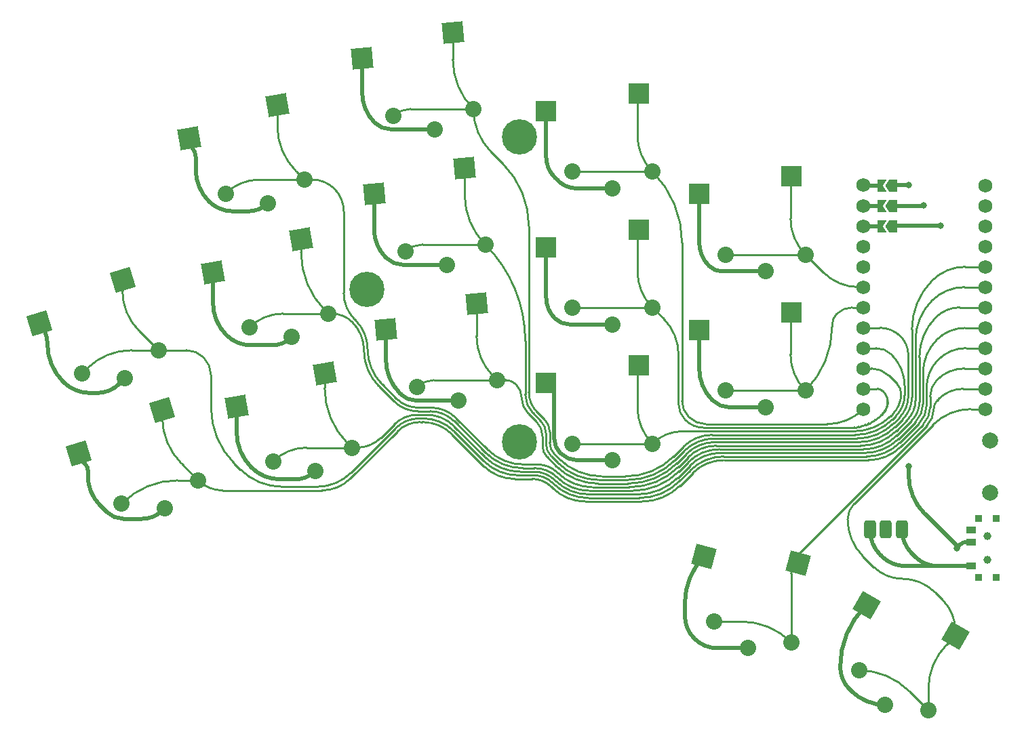
<source format=gtl>
%TF.GenerationSoftware,KiCad,Pcbnew,(6.0.4)*%
%TF.CreationDate,2022-05-11T15:33:50+02:00*%
%TF.ProjectId,battoota-curvy,62617474-6f6f-4746-912d-63757276792e,v1.0.0*%
%TF.SameCoordinates,Original*%
%TF.FileFunction,Copper,L1,Top*%
%TF.FilePolarity,Positive*%
%FSLAX46Y46*%
G04 Gerber Fmt 4.6, Leading zero omitted, Abs format (unit mm)*
G04 Created by KiCad (PCBNEW (6.0.4)) date 2022-05-11 15:33:50*
%MOMM*%
%LPD*%
G01*
G04 APERTURE LIST*
G04 Aperture macros list*
%AMRoundRect*
0 Rectangle with rounded corners*
0 $1 Rounding radius*
0 $2 $3 $4 $5 $6 $7 $8 $9 X,Y pos of 4 corners*
0 Add a 4 corners polygon primitive as box body*
4,1,4,$2,$3,$4,$5,$6,$7,$8,$9,$2,$3,0*
0 Add four circle primitives for the rounded corners*
1,1,$1+$1,$2,$3*
1,1,$1+$1,$4,$5*
1,1,$1+$1,$6,$7*
1,1,$1+$1,$8,$9*
0 Add four rect primitives between the rounded corners*
20,1,$1+$1,$2,$3,$4,$5,0*
20,1,$1+$1,$4,$5,$6,$7,0*
20,1,$1+$1,$6,$7,$8,$9,0*
20,1,$1+$1,$8,$9,$2,$3,0*%
%AMRotRect*
0 Rectangle, with rotation*
0 The origin of the aperture is its center*
0 $1 length*
0 $2 width*
0 $3 Rotation angle, in degrees counterclockwise*
0 Add horizontal line*
21,1,$1,$2,0,0,$3*%
%AMFreePoly0*
4,1,6,0.500000,-0.750000,-0.650000,-0.750000,-0.150000,0.000000,-0.650000,0.750000,0.500000,0.750000,0.500000,-0.750000,0.500000,-0.750000,$1*%
%AMFreePoly1*
4,1,6,1.000000,0.000000,0.500000,-0.750000,-0.500000,-0.750000,-0.500000,0.750000,0.500000,0.750000,1.000000,0.000000,1.000000,0.000000,$1*%
G04 Aperture macros list end*
%TA.AperFunction,SMDPad,CuDef*%
%ADD10R,0.900000X0.900000*%
%TD*%
%TA.AperFunction,SMDPad,CuDef*%
%ADD11R,1.250000X0.900000*%
%TD*%
%TA.AperFunction,ComponentPad*%
%ADD12RoundRect,0.375000X-0.375000X-0.750000X0.375000X-0.750000X0.375000X0.750000X-0.375000X0.750000X0*%
%TD*%
%TA.AperFunction,ComponentPad*%
%ADD13C,2.000000*%
%TD*%
%TA.AperFunction,SMDPad,CuDef*%
%ADD14RotRect,2.600000X2.600000X10.000000*%
%TD*%
%TA.AperFunction,ComponentPad*%
%ADD15C,2.032000*%
%TD*%
%TA.AperFunction,SMDPad,CuDef*%
%ADD16RotRect,2.600000X2.600000X5.000000*%
%TD*%
%TA.AperFunction,SMDPad,CuDef*%
%ADD17R,2.600000X2.600000*%
%TD*%
%TA.AperFunction,SMDPad,CuDef*%
%ADD18RotRect,2.600000X2.600000X330.000000*%
%TD*%
%TA.AperFunction,WasherPad*%
%ADD19C,1.000000*%
%TD*%
%TA.AperFunction,SMDPad,CuDef*%
%ADD20RotRect,2.600000X2.600000X17.000000*%
%TD*%
%TA.AperFunction,SMDPad,CuDef*%
%ADD21RotRect,2.600000X2.600000X345.000000*%
%TD*%
%TA.AperFunction,ComponentPad*%
%ADD22C,1.752600*%
%TD*%
%TA.AperFunction,SMDPad,CuDef*%
%ADD23FreePoly0,180.000000*%
%TD*%
%TA.AperFunction,SMDPad,CuDef*%
%ADD24R,1.524000X0.500000*%
%TD*%
%TA.AperFunction,SMDPad,CuDef*%
%ADD25FreePoly1,180.000000*%
%TD*%
%TA.AperFunction,ComponentPad*%
%ADD26C,4.400000*%
%TD*%
%TA.AperFunction,ViaPad*%
%ADD27C,0.800000*%
%TD*%
%TA.AperFunction,Conductor*%
%ADD28C,0.250000*%
%TD*%
%TA.AperFunction,Conductor*%
%ADD29C,0.500000*%
%TD*%
G04 APERTURE END LIST*
D10*
%TO.P,T1,*%
%TO.N,*%
X161142148Y52149495D03*
X163342148Y59549495D03*
X163342148Y52149495D03*
X161142148Y59549495D03*
D11*
%TO.P,T1,1*%
%TO.N,Braw*%
X160167148Y53599495D03*
%TO.P,T1,2*%
%TO.N,RAW*%
X160167148Y56599495D03*
%TO.P,T1,3*%
%TO.N,N/C*%
X160167148Y58099495D03*
%TD*%
D12*
%TO.P,PAD1,1*%
%TO.N,Braw*%
X151545396Y58163682D03*
%TO.P,PAD1,2*%
%TO.N,GND*%
X149545396Y58163682D03*
%TO.P,PAD1,3*%
%TO.N,Braw*%
X147545396Y58163682D03*
%TD*%
D13*
%TO.P,B1,1*%
%TO.N,RST*%
X162560000Y69290000D03*
%TO.P,B1,2*%
%TO.N,GND*%
X162560000Y62790000D03*
%TD*%
D14*
%TO.P,S11,1*%
%TO.N,P3*%
X73579149Y111173371D03*
%TO.P,S11,2*%
%TO.N,GND*%
X62586645Y107001157D03*
%TD*%
D15*
%TO.P,S34,1*%
%TO.N,P9*%
X146198518Y40569316D03*
X154858772Y35569316D03*
%TO.P,S34,2*%
%TO.N,GND*%
X149478645Y36250663D03*
X149478645Y36250663D03*
%TD*%
D16*
%TO.P,S15,1*%
%TO.N,P18*%
X96965604Y103326961D03*
%TO.P,S15,2*%
%TO.N,GND*%
X85651298Y100128683D03*
%TD*%
D17*
%TO.P,S21,1*%
%TO.N,P16*%
X118686087Y95636017D03*
%TO.P,S21,2*%
%TO.N,GND*%
X107136087Y93436017D03*
%TD*%
D15*
%TO.P,S8,1*%
%TO.N,P5*%
X73026972Y66651093D03*
X82875050Y68387574D03*
%TO.P,S8,2*%
%TO.N,GND*%
X78315672Y65451237D03*
X78315672Y65451237D03*
%TD*%
%TO.P,S14,1*%
%TO.N,P2*%
X91053509Y75957538D03*
X101015456Y76829096D03*
%TO.P,S14,2*%
%TO.N,GND*%
X96217510Y74301308D03*
X96217510Y74301308D03*
%TD*%
%TO.P,S20,1*%
%TO.N,P14*%
X120411087Y68886017D03*
X110411087Y68886017D03*
%TO.P,S20,2*%
%TO.N,GND*%
X115411087Y66786017D03*
X115411087Y66786017D03*
%TD*%
%TO.P,S28,1*%
%TO.N,P19*%
X129517334Y75510985D03*
X139517334Y75510985D03*
%TO.P,S28,2*%
%TO.N,GND*%
X134517334Y73410985D03*
X134517334Y73410985D03*
%TD*%
D17*
%TO.P,S29,1*%
%TO.N,P20*%
X137792334Y102260985D03*
%TO.P,S29,2*%
%TO.N,GND*%
X126242334Y100060985D03*
%TD*%
D18*
%TO.P,S33,1*%
%TO.N,P9*%
X158239878Y44875564D03*
%TO.P,S33,2*%
%TO.N,GND*%
X147137285Y48745308D03*
%TD*%
D14*
%TO.P,S7,1*%
%TO.N,P5*%
X79483187Y77689907D03*
%TO.P,S7,2*%
%TO.N,GND*%
X68490683Y73517693D03*
%TD*%
D19*
%TO.P,T2,*%
%TO.N,*%
X162242148Y57349495D03*
X162242148Y54349495D03*
%TD*%
D20*
%TO.P,S5,1*%
%TO.N,P6*%
X54234545Y89377494D03*
%TO.P,S5,2*%
%TO.N,GND*%
X43832443Y83896730D03*
%TD*%
D17*
%TO.P,S27,1*%
%TO.N,P19*%
X137792334Y85260985D03*
%TO.P,S27,2*%
%TO.N,GND*%
X126242334Y83060985D03*
%TD*%
D14*
%TO.P,S9,1*%
%TO.N,P4*%
X76531168Y94431639D03*
%TO.P,S9,2*%
%TO.N,GND*%
X65538664Y90259425D03*
%TD*%
D15*
%TO.P,S16,1*%
%TO.N,P18*%
X99533808Y93764406D03*
X89571861Y92892848D03*
%TO.P,S16,2*%
%TO.N,GND*%
X94735862Y91236618D03*
X94735862Y91236618D03*
%TD*%
%TO.P,S30,1*%
%TO.N,P20*%
X139517334Y92510985D03*
X129517334Y92510985D03*
%TO.P,S30,2*%
%TO.N,GND*%
X134517334Y90410985D03*
X134517334Y90410985D03*
%TD*%
D16*
%TO.P,S13,1*%
%TO.N,P2*%
X98447252Y86391651D03*
%TO.P,S13,2*%
%TO.N,GND*%
X87132946Y83193373D03*
%TD*%
D15*
%TO.P,S24,1*%
%TO.N,P10*%
X110411087Y102886017D03*
X120411087Y102886017D03*
%TO.P,S24,2*%
%TO.N,GND*%
X115411087Y100786017D03*
X115411087Y100786017D03*
%TD*%
D16*
%TO.P,S17,1*%
%TO.N,P15*%
X95483957Y120262271D03*
%TO.P,S17,2*%
%TO.N,GND*%
X84169651Y117063993D03*
%TD*%
D15*
%TO.P,S4,1*%
%TO.N,P7*%
X54142067Y61376965D03*
X63705114Y64300682D03*
%TO.P,S4,2*%
%TO.N,GND*%
X59537571Y60830584D03*
X59537571Y60830584D03*
%TD*%
%TO.P,S10,1*%
%TO.N,P4*%
X70074953Y83392825D03*
X79923031Y85129306D03*
%TO.P,S10,2*%
%TO.N,GND*%
X75363653Y82192969D03*
X75363653Y82192969D03*
%TD*%
%TO.P,S22,1*%
%TO.N,P16*%
X110411087Y85886017D03*
X120411087Y85886017D03*
%TO.P,S22,2*%
%TO.N,GND*%
X115411087Y83786017D03*
X115411087Y83786017D03*
%TD*%
D21*
%TO.P,S31,1*%
%TO.N,P8*%
X138594426Y53938364D03*
%TO.P,S31,2*%
%TO.N,GND*%
X126868581Y54802687D03*
%TD*%
D22*
%TO.P,MCU1,*%
%TO.N,*%
X161977213Y98602542D03*
D23*
X148993690Y98602542D03*
X148993690Y101142542D03*
D24*
X148068690Y96062542D03*
D22*
X161977213Y96062542D03*
X146737213Y96062542D03*
D24*
X148068690Y101142542D03*
D23*
X148993690Y96062542D03*
D24*
X148068690Y98602542D03*
D22*
X146737213Y101226288D03*
X161977213Y101142542D03*
X146737213Y98602542D03*
D25*
%TO.P,MCU1,1*%
%TO.N,RAW*%
X150443690Y101142542D03*
%TO.P,MCU1,2*%
%TO.N,GND*%
X150443690Y98602542D03*
%TO.P,MCU1,3*%
%TO.N,RST*%
X150443690Y96062542D03*
D22*
%TO.P,MCU1,4*%
%TO.N,VCC*%
X146737213Y93522542D03*
%TO.P,MCU1,5*%
%TO.N,P21*%
X146737213Y90982542D03*
%TO.P,MCU1,6*%
%TO.N,P20*%
X146737213Y88442542D03*
%TO.P,MCU1,7*%
%TO.N,P19*%
X146737213Y85902542D03*
%TO.P,MCU1,8*%
%TO.N,P18*%
X146737213Y83362542D03*
%TO.P,MCU1,9*%
%TO.N,P15*%
X146737213Y80822542D03*
%TO.P,MCU1,10*%
%TO.N,P14*%
X146737213Y78282542D03*
%TO.P,MCU1,11*%
%TO.N,P16*%
X146737213Y75742542D03*
%TO.P,MCU1,12*%
%TO.N,P10*%
X146737213Y73202542D03*
%TO.P,MCU1,16*%
%TO.N,N/C*%
X161977213Y93522542D03*
%TO.P,MCU1,17*%
%TO.N,P2*%
X161977213Y90982542D03*
%TO.P,MCU1,18*%
%TO.N,P3*%
X161977213Y88442542D03*
%TO.P,MCU1,19*%
%TO.N,P4*%
X161977213Y85902542D03*
%TO.P,MCU1,20*%
%TO.N,P5*%
X161977213Y83362542D03*
%TO.P,MCU1,21*%
%TO.N,P6*%
X161977213Y80822542D03*
%TO.P,MCU1,22*%
%TO.N,P7*%
X161977213Y78282542D03*
%TO.P,MCU1,23*%
%TO.N,P8*%
X161977213Y75742542D03*
%TO.P,MCU1,24*%
%TO.N,P9*%
X161977213Y73202542D03*
%TD*%
D20*
%TO.P,S3,1*%
%TO.N,P7*%
X59204864Y73120313D03*
%TO.P,S3,2*%
%TO.N,GND*%
X48802762Y67639549D03*
%TD*%
D15*
%TO.P,S32,1*%
%TO.N,P8*%
X137737163Y44074125D03*
X128077904Y46662315D03*
%TO.P,S32,2*%
%TO.N,GND*%
X132364014Y43339776D03*
X132364014Y43339776D03*
%TD*%
D26*
%TO.P,REF\u002A\u002A,1*%
%TO.N,N/C*%
X84747220Y88141427D03*
X103797220Y69091427D03*
X103797220Y107191427D03*
%TD*%
D15*
%TO.P,S12,1*%
%TO.N,P3*%
X76971012Y101871038D03*
X67122934Y100134557D03*
%TO.P,S12,2*%
%TO.N,GND*%
X72411634Y98934701D03*
X72411634Y98934701D03*
%TD*%
D17*
%TO.P,S23,1*%
%TO.N,P10*%
X118686087Y112636017D03*
%TO.P,S23,2*%
%TO.N,GND*%
X107136087Y110436017D03*
%TD*%
D15*
%TO.P,S6,1*%
%TO.N,P6*%
X49171748Y77634146D03*
X58734795Y80557863D03*
%TO.P,S6,2*%
%TO.N,GND*%
X54567252Y77087765D03*
X54567252Y77087765D03*
%TD*%
D17*
%TO.P,S19,1*%
%TO.N,P14*%
X118686087Y78636017D03*
%TO.P,S19,2*%
%TO.N,GND*%
X107136087Y76436017D03*
%TD*%
D15*
%TO.P,S18,1*%
%TO.N,P15*%
X88090214Y109828158D03*
X98052161Y110699716D03*
%TO.P,S18,2*%
%TO.N,GND*%
X93254215Y108171928D03*
X93254215Y108171928D03*
%TD*%
D27*
%TO.N,GND*%
X154304587Y98650426D03*
%TO.N,RAW*%
X158403261Y55849495D03*
X152400000Y66040000D03*
X152400000Y101213143D03*
%TO.N,RST*%
X156389782Y96106346D03*
%TD*%
D28*
%TO.N,P6*%
X58734795Y80557863D02*
X55358037Y80557863D01*
X54234545Y89377494D02*
X54234545Y87979503D01*
X49788478Y78250876D02*
X49171748Y77634146D01*
X56300278Y82992380D02*
X58734795Y80557863D01*
X153693261Y71410993D02*
X151280532Y68998264D01*
X91781020Y72037524D02*
X91278718Y72037527D01*
X65297412Y73399467D02*
X65297412Y77425602D01*
X154628374Y73668552D02*
X154628375Y75861922D01*
X147133233Y67280397D02*
X129312070Y67280397D01*
X161977213Y80822542D02*
X159565418Y80822542D01*
X118782169Y62104105D02*
X112409487Y62104105D01*
X107978155Y63939623D02*
X107960240Y63957538D01*
X68940678Y65679322D02*
X68180201Y66439799D01*
X62223157Y80557863D02*
X58734795Y80557863D01*
X125130274Y65548240D02*
X123739556Y64157522D01*
X103653454Y64934916D02*
X105600595Y64934927D01*
X88348235Y70823690D02*
X82785318Y65260774D01*
X78534434Y63500000D02*
X74202027Y63500000D01*
X99346897Y66718742D02*
X95617065Y70448572D01*
X156086185Y79381400D02*
G75*
G02*
X159565418Y80822542I3479215J-3479200D01*
G01*
X112409487Y62104110D02*
G75*
G02*
X107978156Y63939624I13J6266890D01*
G01*
X74202027Y63500028D02*
G75*
G02*
X68940678Y65679322I-27J7440672D01*
G01*
X78534434Y63499989D02*
G75*
G03*
X82785318Y65260774I-34J6011711D01*
G01*
X64367966Y79669474D02*
G75*
G03*
X62223157Y80557863I-2144766J-2144774D01*
G01*
X125130280Y65548234D02*
G75*
G02*
X129312070Y67280397I4181820J-4181834D01*
G01*
X95617068Y70448575D02*
G75*
G03*
X91781020Y72037524I-3836068J-3836075D01*
G01*
X105600595Y64934933D02*
G75*
G02*
X107960240Y63957538I5J-3337033D01*
G01*
X91278718Y72037521D02*
G75*
G03*
X88348235Y70823690I-18J-4144321D01*
G01*
X154628374Y75861922D02*
G75*
G02*
X156086192Y79381393I4977326J-22D01*
G01*
X153693238Y71411016D02*
G75*
G03*
X154628374Y73668552I-2257538J2257584D01*
G01*
X103653454Y64934947D02*
G75*
G02*
X99346898Y66718743I-54J6090353D01*
G01*
X123739570Y64157508D02*
G75*
G02*
X118782169Y62104105I-4957370J4957392D01*
G01*
X151280523Y68998273D02*
G75*
G02*
X147133233Y67280397I-4147323J4147327D01*
G01*
X49788456Y78250898D02*
G75*
G02*
X55358037Y80557863I5569544J-5569598D01*
G01*
X65297398Y73399467D02*
G75*
G03*
X68180201Y66439799I9842502J33D01*
G01*
X56300277Y82992379D02*
G75*
G02*
X54234545Y87979503I4987123J4987121D01*
G01*
X64367946Y79669454D02*
G75*
G02*
X65297412Y77425602I-2243746J-2243854D01*
G01*
D29*
%TO.N,GND*%
X107860667Y75711437D02*
X107136087Y76436017D01*
X96217510Y74301308D02*
X90752450Y74301308D01*
X134517334Y90410985D02*
X129112129Y90410985D01*
X63384822Y103127798D02*
X63384822Y104707190D01*
X115411087Y66786017D02*
X111147162Y66786017D01*
X126242334Y94057667D02*
X126242334Y100060985D01*
X108153560Y69467544D02*
X108153560Y75004330D01*
X62586645Y106634200D02*
X62586645Y107001157D01*
X72910847Y81176970D02*
X70302339Y81176970D01*
X146982923Y48590946D02*
X147137285Y48745308D01*
X145193016Y38025832D02*
X145021104Y38197744D01*
X89059352Y75002612D02*
X88847359Y75214605D01*
X132364014Y43339776D02*
X128497068Y43339776D01*
X49624468Y66280778D02*
X49095655Y66809591D01*
X59537571Y60830584D02*
X59281853Y60574866D01*
X75862839Y64435238D02*
X73894431Y64435238D01*
X115411087Y83786017D02*
X110041232Y83786017D01*
X125668651Y44511349D02*
X125631573Y44548427D01*
X56660877Y59489222D02*
X54384218Y59489222D01*
X69958828Y97918702D02*
X68020735Y97918702D01*
X52256434Y60370579D02*
X51433907Y61193106D01*
X93254215Y108171928D02*
X87702044Y108171928D01*
X134517334Y73410985D02*
X130072619Y73410985D01*
X107136087Y104725256D02*
X107136087Y110436017D01*
X124460000Y47376825D02*
X124460000Y48987928D01*
X115411087Y100786017D02*
X110931058Y100786017D01*
X85651298Y95696818D02*
X85651298Y100128683D01*
X65538664Y86474121D02*
X65538664Y90259425D01*
X48802762Y67516698D02*
X48802762Y67639549D01*
X154256703Y98602542D02*
X150443690Y98602542D01*
X108153560Y76015027D02*
X107136087Y77032500D01*
X108601221Y101751067D02*
X108203150Y102149138D01*
X94735862Y91236618D02*
X89257306Y91236618D01*
X87132946Y79353564D02*
X87132946Y83193373D01*
X154304587Y98650426D02*
X154256703Y98602542D01*
X44864298Y81383842D02*
X44864298Y81405554D01*
X54567252Y77087765D02*
X53852271Y76372784D01*
X68490683Y70375596D02*
X68490683Y73517693D01*
X51065063Y75218284D02*
X50199836Y75218284D01*
X107136087Y87155021D02*
X107136087Y93436017D01*
X84169651Y112729471D02*
X84169651Y117063993D01*
X49917361Y64854373D02*
X49917361Y65573671D01*
X126242334Y78278392D02*
X126242334Y83060985D01*
X108218898Y84540836D02*
G75*
G02*
X107136087Y87155021I2614202J2614164D01*
G01*
X89257306Y91236622D02*
G75*
G02*
X87134582Y92115879I-6J3001978D01*
G01*
X143849554Y41026171D02*
G75*
G02*
X146982924Y48590945I10698046J129D01*
G01*
X124460010Y47376825D02*
G75*
G03*
X125631574Y44548428I3999890J-25D01*
G01*
X44864340Y81405554D02*
G75*
G03*
X43832443Y83896730I-3523140J-54D01*
G01*
X87134570Y92115867D02*
G75*
G02*
X85651298Y95696818I3580930J3580933D01*
G01*
X143849502Y41026171D02*
G75*
G03*
X145021104Y38197744I3999998J29D01*
G01*
X127471316Y91090650D02*
G75*
G02*
X126242334Y94057667I2967084J2967050D01*
G01*
X107136066Y104725256D02*
G75*
G03*
X108203151Y102149139I3643234J44D01*
G01*
X127471281Y91090615D02*
G75*
G03*
X129112129Y90410985I1640819J1640885D01*
G01*
X48802772Y67516698D02*
G75*
G03*
X49095655Y66809591I1000028J2D01*
G01*
X130072619Y73411011D02*
G75*
G02*
X127882799Y74318038I-19J3096889D01*
G01*
X51065063Y75218314D02*
G75*
G03*
X53852270Y76372785I37J3941686D01*
G01*
X51433915Y61193114D02*
G75*
G02*
X49917361Y64854373I3661285J3661286D01*
G01*
X145192983Y38025799D02*
G75*
G03*
X149478645Y36250663I4285617J4285701D01*
G01*
X49917352Y65573671D02*
G75*
G03*
X49624468Y66280778I-999952J29D01*
G01*
X108218887Y84540825D02*
G75*
G03*
X110041232Y83786017I1822313J1822375D01*
G01*
X46842039Y76609104D02*
G75*
G03*
X50199836Y75218284I3357761J3357796D01*
G01*
X52256417Y60370562D02*
G75*
G03*
X54384218Y59489222I2127783J2127838D01*
G01*
X62586632Y106634200D02*
G75*
G03*
X62879538Y105927093I999968J0D01*
G01*
X128497068Y43339768D02*
G75*
G02*
X125668651Y44511349I32J4000032D01*
G01*
X44864340Y81383842D02*
G75*
G03*
X46842057Y76609122I6752460J-42D01*
G01*
X63384824Y103127798D02*
G75*
G03*
X65029261Y99157813I5614376J2D01*
G01*
X67200629Y82461722D02*
G75*
G03*
X70302339Y81176970I3101671J3101678D01*
G01*
X59281856Y60574863D02*
G75*
G02*
X56660877Y59489222I-2620956J2620937D01*
G01*
X72411628Y98934707D02*
G75*
G02*
X69958828Y97918702I-2452828J2452793D01*
G01*
X78315660Y65451249D02*
G75*
G02*
X75862839Y64435238I-2452860J2452851D01*
G01*
X110931058Y100785987D02*
G75*
G02*
X108601222Y101751068I42J3294913D01*
G01*
X126242317Y78278392D02*
G75*
G03*
X127882800Y74318039I5600683J8D01*
G01*
X126868604Y54802664D02*
G75*
G03*
X124460000Y48987928I5814596J-5814764D01*
G01*
X75363624Y82192998D02*
G75*
G02*
X72910847Y81176970I-2452824J2452702D01*
G01*
X70341704Y65906817D02*
G75*
G03*
X73894431Y64435238I3552696J3552683D01*
G01*
X68490686Y70375596D02*
G75*
G03*
X70341710Y65906823I6319814J4D01*
G01*
X63384821Y104707190D02*
G75*
G03*
X62879538Y105927093I-1725221J10D01*
G01*
X85716833Y108994202D02*
G75*
G03*
X87702044Y108171928I1985167J1985198D01*
G01*
X108874337Y67727480D02*
G75*
G03*
X111147162Y66786017I2272863J2272820D01*
G01*
X108153593Y75004330D02*
G75*
G03*
X107860667Y75711437I-999993J-30D01*
G01*
X67200642Y82461735D02*
G75*
G02*
X65538664Y86474121I4012358J4012365D01*
G01*
X89059379Y75002639D02*
G75*
G03*
X90752450Y74301308I1693121J1693061D01*
G01*
X87132916Y79353564D02*
G75*
G03*
X88847359Y75214605I5853384J36D01*
G01*
X65029239Y99157791D02*
G75*
G03*
X68020735Y97918702I2991461J2991509D01*
G01*
X108874302Y67727445D02*
G75*
G02*
X108153560Y69467544I1740098J1740055D01*
G01*
X85716860Y108994229D02*
G75*
G02*
X84169651Y112729471I3735240J3735271D01*
G01*
D28*
%TO.N,P5*%
X154178854Y73871207D02*
X154178854Y77673529D01*
X159447915Y83345369D02*
X161960040Y83345369D01*
X123579218Y64632902D02*
X125104747Y66158431D01*
X82359710Y68902914D02*
X82875050Y68387574D01*
X95607243Y71094113D02*
X99482824Y67218532D01*
X151129917Y69483366D02*
X153232106Y71585555D01*
X82875050Y68387574D02*
X77219226Y68387574D01*
X79483187Y77689907D02*
X79483187Y75847456D01*
X86516152Y69627326D02*
X88185407Y71296581D01*
X112440378Y62553625D02*
X118559399Y62553625D01*
X82875050Y68387574D02*
X83523125Y68387574D01*
X103910701Y65384436D02*
X105606163Y65384436D01*
X91059431Y72487041D02*
X92244417Y72487041D01*
X128898650Y67729917D02*
X146896717Y67729917D01*
X128898650Y67729944D02*
G75*
G03*
X125104747Y66158431I50J-5365444D01*
G01*
X86516149Y69627329D02*
G75*
G02*
X83523125Y68387574I-2993049J2993071D01*
G01*
X153232100Y71585561D02*
G75*
G03*
X154178854Y73871207I-2285600J2285639D01*
G01*
X155923477Y81885497D02*
G75*
G02*
X159447915Y83345369I3524423J-3524397D01*
G01*
X118559399Y62553620D02*
G75*
G03*
X123579218Y64632902I1J7099080D01*
G01*
X105606163Y65384418D02*
G75*
G02*
X108274194Y64279300I37J-3773118D01*
G01*
X154178844Y77673529D02*
G75*
G02*
X155923495Y81885479I5956656J-29D01*
G01*
X112440378Y62553601D02*
G75*
G02*
X108274195Y64279301I22J5891899D01*
G01*
X73026956Y66651109D02*
G75*
G02*
X77219226Y68387574I4192244J-4192309D01*
G01*
X92244417Y72487056D02*
G75*
G02*
X95607242Y71094112I-17J-4755756D01*
G01*
X88185400Y71296588D02*
G75*
G02*
X91059431Y72487041I2874000J-2873988D01*
G01*
X151129916Y69483367D02*
G75*
G02*
X146896717Y67729917I-4233216J4233233D01*
G01*
X103910701Y65384444D02*
G75*
G02*
X99482824Y67218532I-1J6261956D01*
G01*
X82359713Y68902917D02*
G75*
G02*
X79483187Y75847456I6944537J6944543D01*
G01*
%TO.N,P4*%
X128741929Y68179437D02*
X146760740Y68179437D01*
X79573890Y85478447D02*
X79923031Y85129306D01*
X95639249Y71697824D02*
X99583835Y67753238D01*
X112520013Y63003145D02*
X117891840Y63003145D01*
X76531168Y94431639D02*
X76531168Y92824229D01*
X150908206Y69897373D02*
X152759252Y71748419D01*
X86243739Y76075808D02*
X88152567Y74166980D01*
X158759260Y85904799D02*
X161974956Y85904799D01*
X79923031Y85129306D02*
X74267178Y85129306D01*
X91123061Y72936561D02*
X92648673Y72936561D01*
X79923031Y85129306D02*
X80381317Y85129306D01*
X161974956Y85904799D02*
X161977213Y85902542D01*
X153729334Y74090405D02*
X153729334Y79683302D01*
X104217391Y65833956D02*
X105685872Y65833956D01*
X123733392Y65422795D02*
X124897703Y66587106D01*
X74267178Y85129317D02*
G75*
G03*
X70074953Y83392825I22J-5928717D01*
G01*
X84386455Y80559629D02*
G75*
G03*
X82931170Y84073110I-4968755J71D01*
G01*
X150908177Y69897402D02*
G75*
G02*
X146760740Y68179437I-4147477J4147398D01*
G01*
X95639252Y71697827D02*
G75*
G03*
X92648673Y72936561I-2990552J-2990527D01*
G01*
X124897692Y66587117D02*
G75*
G02*
X128741929Y68179437I3844208J-3844217D01*
G01*
X79573889Y85478446D02*
G75*
G02*
X76531168Y92824229I7345791J7345784D01*
G01*
X105685872Y65833937D02*
G75*
G02*
X108535695Y64653521I28J-4030237D01*
G01*
X155798353Y84678351D02*
G75*
G03*
X153729334Y79683302I4995047J-4995051D01*
G01*
X158759260Y85904815D02*
G75*
G03*
X155798352Y84678352I40J-4187415D01*
G01*
X84386512Y80559629D02*
G75*
G03*
X86243739Y76075808I6341088J-29D01*
G01*
X104217391Y65833952D02*
G75*
G02*
X99583835Y67753238I9J6552848D01*
G01*
X80381317Y85129319D02*
G75*
G02*
X82931170Y84073110I-17J-3606019D01*
G01*
X91123061Y72936542D02*
G75*
G02*
X88152568Y74166981I39J4200958D01*
G01*
X112520013Y63003161D02*
G75*
G02*
X108535696Y64653522I-13J5634639D01*
G01*
X152759247Y71748424D02*
G75*
G03*
X153729334Y74090405I-2341947J2341976D01*
G01*
X123733362Y65422825D02*
G75*
G02*
X117891840Y63003145I-5841562J5841475D01*
G01*
%TO.N,P3*%
X73579149Y111173371D02*
X73579149Y108556949D01*
X150869466Y70494351D02*
X152238705Y71863590D01*
X83232430Y84407570D02*
X83364728Y84275272D01*
X112906695Y63452665D02*
X117523807Y63452665D01*
X81858703Y97932076D02*
X81858703Y87724041D01*
X76971012Y101871038D02*
X71315171Y101871038D01*
X104339424Y66283476D02*
X106072528Y66283476D01*
X153249052Y74302784D02*
X153249052Y81801056D01*
X76971012Y101871038D02*
X77953314Y101871038D01*
X91183081Y73386081D02*
X92761759Y73386081D01*
X128365993Y68628957D02*
X146366007Y68628957D01*
X75908392Y102933658D02*
X76971012Y101871038D01*
X95877143Y72095647D02*
X99815402Y68157388D01*
X159375155Y88442542D02*
X161977213Y88442542D01*
X123675771Y66000892D02*
X124845670Y67170791D01*
X86677342Y76277923D02*
X88427986Y74527279D01*
X75908391Y102933657D02*
G75*
G02*
X73579149Y108556949I5623299J5623293D01*
G01*
X124845680Y67170781D02*
G75*
G02*
X128365993Y68628957I3520320J-3520281D01*
G01*
X155301074Y86754966D02*
G75*
G02*
X159375155Y88442542I4074126J-4074066D01*
G01*
X152238699Y71863596D02*
G75*
G03*
X153249052Y74302784I-2439199J2439204D01*
G01*
X67122945Y100134546D02*
G75*
G02*
X71315171Y101871038I4192255J-4192246D01*
G01*
X104339424Y66283491D02*
G75*
G02*
X99815402Y68157388I-24J6397909D01*
G01*
X91183081Y73386076D02*
G75*
G02*
X88427986Y74527279I19J3896324D01*
G01*
X81858695Y97932076D02*
G75*
G03*
X80698046Y100734152I-3962695J24D01*
G01*
X77953314Y101871061D02*
G75*
G02*
X80698046Y100734152I-14J-3881661D01*
G01*
X150869461Y70494356D02*
G75*
G02*
X146366007Y68628957I-4503461J4503444D01*
G01*
X95877156Y72095660D02*
G75*
G03*
X92761759Y73386081I-3115356J-3115360D01*
G01*
X153249088Y81801056D02*
G75*
G02*
X155301042Y86754998I7005912J44D01*
G01*
X83232410Y84407550D02*
G75*
G02*
X81858703Y87724041I3316490J3316450D01*
G01*
X83364717Y84275261D02*
G75*
G02*
X84836000Y80723317I-3551917J-3551961D01*
G01*
X108580139Y65244753D02*
G75*
G03*
X106072528Y66283476I-2507639J-2507553D01*
G01*
X123675777Y66000886D02*
G75*
G02*
X117523807Y63452665I-6151977J6152014D01*
G01*
X84836001Y80723317D02*
G75*
G03*
X86677342Y76277923I6286699J-17D01*
G01*
X108580165Y65244779D02*
G75*
G03*
X112906695Y63452665I4326535J4326521D01*
G01*
%TO.N,P2*%
X161977213Y90982542D02*
X159456117Y90982542D01*
X102089186Y76829096D02*
X101015456Y76829096D01*
X117368554Y63902185D02*
X113649252Y63902185D01*
X101015456Y76829096D02*
X100518237Y77326315D01*
X98447252Y82326116D02*
X98447252Y86391651D01*
X152799532Y83149030D02*
X152799532Y74680516D01*
X124624885Y67585723D02*
X123467693Y66428531D01*
X146121726Y69078477D02*
X128228711Y69078477D01*
X151653750Y71914353D02*
X150724338Y70984941D01*
X105920692Y71642815D02*
X104869727Y72693780D01*
X101015456Y76829096D02*
X93157611Y76829096D01*
X108372948Y66087701D02*
X107251664Y67208985D01*
X106680001Y69809680D02*
X106679981Y68589181D01*
X106679938Y68589181D02*
G75*
G03*
X107251665Y67208986I1951862J19D01*
G01*
X102089186Y76829084D02*
G75*
G02*
X103377938Y76295286I14J-1822584D01*
G01*
X151653755Y71914348D02*
G75*
G03*
X152799532Y74680516I-2766155J2766152D01*
G01*
X104079137Y74602376D02*
G75*
G03*
X104869727Y72693780I2699163J24D01*
G01*
X103377953Y76295301D02*
G75*
G02*
X104079160Y74602376I-1692953J-1692901D01*
G01*
X146121726Y69078473D02*
G75*
G03*
X150724337Y70984942I-26J6509127D01*
G01*
X105920693Y71642816D02*
G75*
G02*
X106680001Y69809680I-1833093J-1833116D01*
G01*
X124624880Y67585728D02*
G75*
G02*
X128228711Y69078477I3603820J-3603828D01*
G01*
X152799504Y83149030D02*
G75*
G02*
X155337655Y89276600I8665696J-30D01*
G01*
X98447252Y82326116D02*
G75*
G03*
X100518237Y77326315I7070748J-16D01*
G01*
X117368554Y63902227D02*
G75*
G03*
X123467692Y66428532I46J8625473D01*
G01*
X155337646Y89276609D02*
G75*
G02*
X159456117Y90982542I4118454J-4118409D01*
G01*
X91053509Y75957538D02*
G75*
G02*
X93157611Y76829096I2104091J-2104038D01*
G01*
X108372974Y66087727D02*
G75*
G03*
X113649252Y63902185I5276326J5276273D01*
G01*
%TO.N,P18*%
X113722373Y64351705D02*
X117283567Y64351705D01*
X104528680Y81705709D02*
X104528680Y75024370D01*
X152350012Y74848589D02*
X152350012Y79972866D01*
X99533808Y93764406D02*
X91676008Y93764406D01*
X148800152Y83362542D02*
X146737213Y83362542D01*
X150542027Y71438348D02*
X151217047Y72113368D01*
X128133310Y69527997D02*
X145930033Y69527997D01*
X107129521Y70073613D02*
X107129516Y68845095D01*
X108639102Y66457265D02*
X107750530Y67345832D01*
X96965604Y103326961D02*
X96965604Y99964568D01*
X105485980Y72713245D02*
X106425184Y71774041D01*
X123209927Y66806483D02*
X124374485Y67971041D01*
X152349979Y79972866D02*
G75*
G03*
X151390356Y82289644I-3276379J34D01*
G01*
X107750532Y67345834D02*
G75*
G02*
X107129516Y68845095I1499268J1499266D01*
G01*
X151217046Y72113369D02*
G75*
G03*
X152350012Y74848589I-2735246J2735231D01*
G01*
X123209934Y66806476D02*
G75*
G02*
X117283567Y64351705I-5926334J5926324D01*
G01*
X124374477Y67971049D02*
G75*
G02*
X128133310Y69527997I3758823J-3758849D01*
G01*
X106425166Y71774023D02*
G75*
G02*
X107129521Y70073613I-1700366J-1700423D01*
G01*
X99533803Y93764401D02*
G75*
G02*
X104528680Y81705709I-12058703J-12058701D01*
G01*
X148800152Y83362495D02*
G75*
G02*
X151390355Y82289643I48J-3663095D01*
G01*
X150542002Y71438373D02*
G75*
G02*
X145930033Y69527997I-4612002J4611927D01*
G01*
X113722373Y64351676D02*
G75*
G02*
X108639102Y66457265I27J7188824D01*
G01*
X89571863Y92892846D02*
G75*
G02*
X91676008Y93764406I2104137J-2104146D01*
G01*
X96965574Y99964568D02*
G75*
G03*
X99533808Y93764406I8768326J32D01*
G01*
X105485996Y72713261D02*
G75*
G02*
X104528680Y75024370I2311104J2311139D01*
G01*
%TO.N,P15*%
X150383828Y71915867D02*
X150807294Y72339333D01*
X123055598Y67287872D02*
X124263300Y68495574D01*
X100285159Y105308791D02*
X101734220Y103859730D01*
X95483957Y120262271D02*
X95483957Y116899891D01*
X127841028Y69977517D02*
X145704236Y69977517D01*
X114116950Y64801225D02*
X117052302Y64801225D01*
X108677934Y67054150D02*
X108209818Y67522269D01*
X148315670Y80822542D02*
X146737213Y80822542D01*
X98052161Y110699716D02*
X90194464Y110699716D01*
X151900492Y74978547D02*
X151900492Y76056341D01*
X104978200Y96028070D02*
X104978200Y75329363D01*
X107579043Y70381944D02*
X107579037Y69045125D01*
X106019498Y72815445D02*
X106961069Y71873874D01*
X114116950Y64801182D02*
G75*
G02*
X108677935Y67054151I50J7691918D01*
G01*
X100285145Y105308777D02*
G75*
G02*
X98052161Y110699716I5390955J5390923D01*
G01*
X151900507Y76056341D02*
G75*
G03*
X150259782Y80017286I-5601607J-41D01*
G01*
X104978169Y75329363D02*
G75*
G03*
X106019499Y72815446I3555231J37D01*
G01*
X107579056Y69045125D02*
G75*
G03*
X108209818Y67522269I2153644J-25D01*
G01*
X107578995Y70381944D02*
G75*
G03*
X106961069Y71873874I-2109895J56D01*
G01*
X90194464Y110699731D02*
G75*
G03*
X88090214Y109828158I36J-2976031D01*
G01*
X101734220Y103859730D02*
G75*
G02*
X104978200Y96028070I-7831660J-7831660D01*
G01*
X98052168Y110699723D02*
G75*
G02*
X95483957Y116899891I6200132J6200177D01*
G01*
X127841028Y69977484D02*
G75*
G03*
X124263300Y68495574I-28J-5059684D01*
G01*
X145704236Y69977504D02*
G75*
G03*
X150383827Y71915868I-36J6617996D01*
G01*
X150807313Y72339314D02*
G75*
G03*
X151900492Y74978547I-2639213J2639186D01*
G01*
X123055604Y67287866D02*
G75*
G02*
X117052302Y64801225I-6003304J6003334D01*
G01*
X148315670Y80822522D02*
G75*
G02*
X150259783Y80017287I30J-2749422D01*
G01*
%TO.N,P14*%
X145523814Y70427037D02*
X124131383Y70427037D01*
X120411087Y68886017D02*
X110411087Y68886017D01*
X118536566Y78486496D02*
X118536566Y73411461D01*
X146737213Y78282542D02*
X147763145Y78282540D01*
X118686087Y78636017D02*
X118536566Y78486496D01*
X150379489Y72547249D02*
X150193525Y72361286D01*
X149919895Y77389182D02*
X150938830Y76370247D01*
X151451015Y75133584D02*
G75*
G02*
X150379488Y72547250I-3658315J516D01*
G01*
X149919881Y77389168D02*
G75*
G03*
X147763145Y78282540I-2156781J-2156768D01*
G01*
X150938831Y76370248D02*
G75*
G02*
X151450990Y75133584I-1236431J-1236448D01*
G01*
X150193513Y72361298D02*
G75*
G02*
X145523814Y70427037I-4669713J4669702D01*
G01*
X120411096Y68886008D02*
G75*
G02*
X124131383Y70427037I3720304J-3720208D01*
G01*
X120411098Y68886028D02*
G75*
G02*
X118536566Y73411461I4525402J4525472D01*
G01*
%TO.N,P16*%
X149147860Y75449649D02*
X149255007Y75342502D01*
X149753330Y74207609D02*
X149754114Y74161201D01*
X148822832Y75664415D02*
X148913449Y75626886D01*
X110411087Y85886017D02*
X120411087Y85886017D01*
X146060816Y70981272D02*
X145681455Y70921189D01*
X149394267Y75184539D02*
X149462424Y75090733D01*
X149348708Y72879104D02*
X149249978Y72750439D01*
X149140361Y75456839D02*
X149147860Y75449649D01*
X149653216Y74716298D02*
X149686398Y74614181D01*
X148913449Y75626886D02*
X149003796Y75566526D01*
X149744692Y73944787D02*
X149723525Y73783995D01*
X149266954Y75330350D02*
X149304316Y75291692D01*
X148190223Y71846710D02*
X147862733Y71646025D01*
X118536566Y95486496D02*
X118536566Y90411542D01*
X147794224Y71607658D02*
X147451995Y71433286D01*
X148625035Y75723339D02*
X148635236Y75721310D01*
X149723033Y74461595D02*
X149741159Y74347163D01*
X146952169Y71226253D02*
X146586878Y71107565D01*
X123654880Y73902148D02*
X123654880Y80031525D01*
X146737213Y75742542D02*
X148440753Y75742542D01*
X148566247Y72116095D02*
X148255511Y71890333D01*
X121808838Y84488266D02*
X120411087Y85886017D01*
X148923535Y72417192D02*
X148627909Y72164706D01*
X145146850Y70878417D02*
X144954796Y70876602D01*
X146511306Y71086252D02*
X146137827Y70996590D01*
X149106386Y72593301D02*
X148974550Y72463909D01*
X149754150Y74129648D02*
X149753139Y74060649D01*
X145603480Y70911961D02*
X145215855Y70881455D01*
X149498791Y73121943D02*
X149421383Y72987869D01*
X149615890Y73382290D02*
X149556646Y73239262D01*
X144945343Y70876557D02*
X126837093Y70876557D01*
X147380691Y71400415D02*
X147025837Y71253431D01*
X149174028Y72662543D02*
X149123329Y72610335D01*
X148440753Y75742542D02*
X148451379Y75742315D01*
X149544416Y74956939D02*
X149593164Y74861268D01*
X149698006Y73655701D02*
X149657938Y73506161D01*
X118686087Y95636017D02*
X118536566Y95486496D01*
X124508606Y71841017D02*
G75*
G02*
X123654880Y73902148I2061094J2061083D01*
G01*
X145215855Y70881456D02*
G75*
G02*
X145146850Y70878418I-78455J996844D01*
G01*
X149686392Y74614179D02*
G75*
G02*
X149723032Y74461595I-951092J-309079D01*
G01*
X148190221Y71846714D02*
G75*
G03*
X148255511Y71890333I-522321J852486D01*
G01*
X148627906Y72164709D02*
G75*
G02*
X148566246Y72116096I-649106J759891D01*
G01*
X147794222Y71607662D02*
G75*
G03*
X147862733Y71646026I-454122J891338D01*
G01*
X149266954Y75330350D02*
G75*
G03*
X149255007Y75342502I-730854J-706550D01*
G01*
X120411057Y85885987D02*
G75*
G02*
X118536566Y90411542I4525643J4525513D01*
G01*
X146952170Y71226250D02*
G75*
G03*
X147025837Y71253431I-309170J951350D01*
G01*
X146586878Y71107564D02*
G75*
G02*
X146511306Y71086253I-309178J951736D01*
G01*
X149106385Y72593302D02*
G75*
G03*
X149123329Y72610335I-704285J717498D01*
G01*
X147380690Y71400417D02*
G75*
G03*
X147451995Y71433287I-382390J923283D01*
G01*
X149249983Y72750435D02*
G75*
G02*
X149174028Y72662543I-793383J608865D01*
G01*
X149754114Y74161201D02*
G75*
G02*
X149754149Y74129648I-995514J-16901D01*
G01*
X145603480Y70911962D02*
G75*
G03*
X145681455Y70921189I-78380J996438D01*
G01*
X149744690Y73944787D02*
G75*
G03*
X149753139Y74060649I-991090J130513D01*
G01*
X149653212Y74716297D02*
G75*
G03*
X149593163Y74861268I-951012J-308997D01*
G01*
X149348702Y72879108D02*
G75*
G03*
X149421382Y72987869I-793302J608792D01*
G01*
X149498788Y73121945D02*
G75*
G03*
X149556646Y73239262I-866088J500055D01*
G01*
X149723530Y73783994D02*
G75*
G02*
X149698005Y73655701I-991630J130606D01*
G01*
X148822834Y75664420D02*
G75*
G03*
X148635236Y75721309I-382634J-924020D01*
G01*
X149140364Y75456843D02*
G75*
G03*
X149003796Y75566525I-692064J-721843D01*
G01*
X149462421Y75090731D02*
G75*
G02*
X149544416Y74956939I-809021J-587831D01*
G01*
X124508632Y71841043D02*
G75*
G03*
X126837093Y70876557I2328468J2328457D01*
G01*
X144954796Y70876602D02*
G75*
G02*
X144945343Y70876557I-9396J971098D01*
G01*
X149304317Y75291693D02*
G75*
G02*
X149394267Y75184539I-719117J-694993D01*
G01*
X148451379Y75742312D02*
G75*
G02*
X148625035Y75723338I-21379J-999812D01*
G01*
X123654899Y80031525D02*
G75*
G03*
X121808838Y84488266I-6302799J-25D01*
G01*
X146060815Y70981276D02*
G75*
G03*
X146137827Y70996591I-156415J987824D01*
G01*
X149615890Y73382290D02*
G75*
G03*
X149657937Y73506161I-923690J382610D01*
G01*
X149753331Y74207609D02*
G75*
G03*
X149741159Y74347163I-999931J-16909D01*
G01*
X148923536Y72417191D02*
G75*
G03*
X148974550Y72463909I-648936J759809D01*
G01*
%TO.N,P10*%
X118536566Y112486496D02*
X118536566Y107411486D01*
X124104400Y93969593D02*
X124104400Y74228161D01*
X127116438Y71326077D02*
X142207058Y71326077D01*
X120411087Y102886017D02*
X110411087Y102886017D01*
X118686087Y112636017D02*
X118536566Y112486496D01*
X124104396Y93969593D02*
G75*
G03*
X120411087Y102886017I-12609696J7D01*
G01*
X118536551Y107411486D02*
G75*
G03*
X120411088Y102886018I6399949J14D01*
G01*
X142207058Y71326121D02*
G75*
G03*
X146737213Y73202542I42J6406579D01*
G01*
X127116438Y71326113D02*
G75*
G02*
X124931625Y72231056I-38J3089787D01*
G01*
X124104361Y74228161D02*
G75*
G03*
X124931625Y72231056I2824339J39D01*
G01*
%TO.N,P19*%
X142839945Y83532461D02*
X142839945Y83736256D01*
X137642813Y80036452D02*
X137642813Y85111464D01*
X137642813Y85111464D02*
X137792334Y85260985D01*
X145346379Y85902542D02*
X146737213Y85902542D01*
X129517334Y75510985D02*
X139517334Y75510985D01*
X143403907Y85097978D02*
G75*
G03*
X142839945Y83736256I1361893J-1361678D01*
G01*
X137642790Y80036452D02*
G75*
G03*
X139517334Y75510985I6400010J48D01*
G01*
X139517333Y75510986D02*
G75*
G03*
X142839945Y83532461I-8021443J8021474D01*
G01*
X145346379Y85902548D02*
G75*
G03*
X143403936Y85097949I21J-2747048D01*
G01*
%TO.N,P20*%
X137642813Y97036423D02*
X137642813Y102111464D01*
X137642813Y102111464D02*
X137792334Y102260985D01*
X146172511Y88442542D02*
X146737213Y88442542D01*
X129517334Y92510985D02*
X139517334Y92510985D01*
X139517334Y92510985D02*
X141756681Y90271638D01*
X141756669Y90271626D02*
G75*
G03*
X146172511Y88442542I4415831J4415874D01*
G01*
X139517321Y92510972D02*
G75*
G02*
X137642813Y97036423I4525379J4525428D01*
G01*
%TO.N,P7*%
X107913883Y63368178D02*
X107794332Y63487729D01*
X91693308Y71588011D02*
X91408285Y71588014D01*
X79162284Y63050480D02*
X66723361Y63050480D01*
X61609379Y66396417D02*
X63705114Y64300682D01*
X103207562Y64485396D02*
X105385711Y64485406D01*
X147374450Y66830877D02*
X129330101Y66830877D01*
X155077894Y74794410D02*
X155077896Y73429392D01*
X154180241Y71262255D02*
X151427827Y68509841D01*
X119083900Y61654585D02*
X112050863Y61654585D01*
X125435385Y65217634D02*
X123844058Y63626307D01*
X63705114Y64300682D02*
X61105082Y64300682D01*
X54209568Y61444466D02*
X54142067Y61376965D01*
X99344309Y66085612D02*
X95361239Y70068681D01*
X161977213Y78282542D02*
X159383287Y78282542D01*
X59204864Y73120313D02*
X59204864Y72201429D01*
X88574498Y70414237D02*
X82659218Y64498957D01*
X95361262Y70068704D02*
G75*
G03*
X91693308Y71588011I-3667962J-3668004D01*
G01*
X79162284Y63050494D02*
G75*
G03*
X82659218Y64498957I16J4945406D01*
G01*
X91408285Y71587984D02*
G75*
G03*
X88574498Y70414237I-85J-4007484D01*
G01*
X59204888Y72201429D02*
G75*
G03*
X61609379Y66396417I8209512J-29D01*
G01*
X119083900Y61654596D02*
G75*
G03*
X123844057Y63626308I0J6731904D01*
G01*
X112050863Y61654571D02*
G75*
G02*
X107913883Y63368178I37J5850629D01*
G01*
X61105082Y64300678D02*
G75*
G03*
X54209569Y61444465I18J-9751778D01*
G01*
X155077903Y73429392D02*
G75*
G02*
X154180241Y71262255I-3064803J8D01*
G01*
X99344318Y66085621D02*
G75*
G03*
X103207562Y64485396I3863282J3863279D01*
G01*
X147374450Y66830837D02*
G75*
G03*
X151427827Y68509841I-50J5732363D01*
G01*
X107794324Y63487721D02*
G75*
G03*
X105385711Y64485406I-2408624J-2408621D01*
G01*
X155930281Y76852229D02*
G75*
G02*
X159383287Y78282542I3453019J-3452929D01*
G01*
X155930279Y76852231D02*
G75*
G03*
X155077894Y74794410I2057821J-2057831D01*
G01*
X125435382Y65217637D02*
G75*
G02*
X129330101Y66830877I3894718J-3894737D01*
G01*
X66723361Y63050448D02*
G75*
G02*
X63705115Y64300683I39J4268452D01*
G01*
%TO.N,P8*%
X131488719Y46662315D02*
X128077904Y46662315D01*
X138594426Y53938364D02*
X138030056Y53373994D01*
X138594426Y54626509D02*
X138594426Y54387884D01*
X154653051Y71099348D02*
X138887319Y55333616D01*
X137737163Y52666887D02*
X137737163Y44074125D01*
X156153541Y74479150D02*
X155981974Y74307581D01*
X161977213Y75742542D02*
X159203618Y75742542D01*
X159203618Y75742528D02*
G75*
G03*
X156153541Y74479150I-18J-4313428D01*
G01*
X137737183Y52666887D02*
G75*
G02*
X138030056Y53373994I1000017J13D01*
G01*
X138594412Y54626509D02*
G75*
G02*
X138887319Y55333616I999988J-9D01*
G01*
X137737149Y44074111D02*
G75*
G03*
X131488719Y46662315I-6248449J-6248411D01*
G01*
X155527438Y73210194D02*
G75*
G02*
X155981975Y74307580I1551962J6D01*
G01*
X155527394Y73210194D02*
G75*
G02*
X154653050Y71099349I-2985194J6D01*
G01*
%TO.N,P9*%
X146676234Y54842147D02*
X148031982Y53486399D01*
X158239878Y45493258D02*
X158239878Y44875564D01*
X156642541Y49349573D02*
X155669149Y50322990D01*
X155438110Y71248689D02*
X145607620Y61418199D01*
X158239878Y44875564D02*
X157165581Y43801267D01*
X154858772Y35569316D02*
X152446952Y37981136D01*
X154858772Y38232138D02*
X154858772Y35569316D01*
X161977213Y73202542D02*
X160155129Y73202542D01*
X154858743Y38232138D02*
G75*
G02*
X157165581Y43801267I7875957J-38D01*
G01*
X160155129Y73202530D02*
G75*
G03*
X155438110Y71248689I-29J-6670830D01*
G01*
X152446939Y37981123D02*
G75*
G03*
X146198518Y40569316I-6248439J-6248423D01*
G01*
X155669124Y50322965D02*
G75*
G03*
X151596109Y52010113I-4073024J-4072865D01*
G01*
X144779959Y59420027D02*
G75*
G03*
X146676234Y54842147I6474141J73D01*
G01*
X151596109Y52010089D02*
G75*
G02*
X148031983Y53486400I-9J5040411D01*
G01*
X156642567Y49349599D02*
G75*
G02*
X158239878Y45493258I-3856367J-3856299D01*
G01*
X144780046Y59420027D02*
G75*
G02*
X145607620Y61418199I2825654J173D01*
G01*
D29*
%TO.N,RAW*%
X154394373Y60123998D02*
X158403261Y56115110D01*
X152400000Y66040000D02*
X152400000Y64938839D01*
X152372041Y101185184D02*
X150419502Y101185184D01*
X152400000Y101213143D02*
X152372041Y101185184D01*
X158403261Y56115110D02*
X158403261Y55849495D01*
X159567475Y56599495D02*
X160167148Y56599495D01*
X158403261Y55849495D02*
X158860368Y56306602D01*
X158860382Y56306588D02*
G75*
G02*
X159567475Y56599495I707118J-707088D01*
G01*
X154394397Y60124022D02*
G75*
G02*
X152400000Y64938839I4814603J4814778D01*
G01*
%TO.N,RST*%
X150466332Y96085184D02*
X150443690Y96062542D01*
X156389782Y96106346D02*
X156368620Y96085184D01*
X156368620Y96085184D02*
X150466332Y96085184D01*
%TO.N,Braw*%
X155967356Y53599495D02*
X160167148Y53599495D01*
X160164153Y53596500D02*
X152011336Y53596500D01*
X152775718Y55193447D02*
X153239935Y54729230D01*
X160167148Y53599495D02*
X160164153Y53596500D01*
X148986955Y54849240D02*
X148869708Y54966487D01*
X147545373Y58163682D02*
G75*
G03*
X148869708Y54966487I4521527J18D01*
G01*
X155967356Y53599479D02*
G75*
G02*
X153239935Y54729230I44J3857221D01*
G01*
X151545408Y58163682D02*
G75*
G03*
X152775718Y55193447I4200592J18D01*
G01*
X152011336Y53596520D02*
G75*
G02*
X148986955Y54849240I-36J4277080D01*
G01*
%TD*%
M02*

</source>
